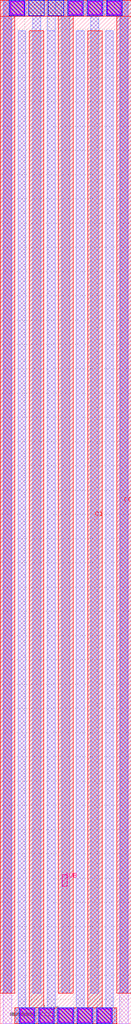
<source format=lef>
# Copyright 2020 The SkyWater PDK Authors
#
# Licensed under the Apache License, Version 2.0 (the "License");
# you may not use this file except in compliance with the License.
# You may obtain a copy of the License at
#
#     https://www.apache.org/licenses/LICENSE-2.0
#
# Unless required by applicable law or agreed to in writing, software
# distributed under the License is distributed on an "AS IS" BASIS,
# WITHOUT WARRANTIES OR CONDITIONS OF ANY KIND, either express or implied.
# See the License for the specific language governing permissions and
# limitations under the License.
#
# SPDX-License-Identifier: Apache-2.0

VERSION 5.7 ;
  NOWIREEXTENSIONATPIN ON ;
  DIVIDERCHAR "/" ;
  BUSBITCHARS "[]" ;
MACRO sky130_fd_pr__cap_vpp_02p7x21p1_m1m2m3m4_shieldl1_fingercap
  CLASS BLOCK ;
  FOREIGN sky130_fd_pr__cap_vpp_02p7x21p1_m1m2m3m4_shieldl1_fingercap ;
  ORIGIN  0.000000  0.000000 ;
  SIZE  2.700000 BY  21.10000 ;
  PIN C0
    PORT
      LAYER met4 ;
        RECT 0.000000  0.630000 0.300000 20.770000 ;
        RECT 0.000000 20.770000 2.700000 21.100000 ;
        RECT 1.200000  0.630000 1.500000 20.770000 ;
        RECT 2.400000  0.630000 2.700000 20.770000 ;
    END
  END C0
  PIN C1
    PORT
      LAYER met4 ;
        RECT 0.300000 0.000000 2.400000  0.330000 ;
        RECT 0.600000 0.330000 0.900000 20.470000 ;
        RECT 1.800000 0.330000 2.100000 20.470000 ;
    END
  END C1
  PIN SUB
    PORT
      LAYER pwell ;
        RECT 1.275000 2.830000 1.380000 3.075000 ;
    END
  END SUB
  OBS
    LAYER li1 ;
      RECT 0.065000 0.000000 0.235000 21.100000 ;
      RECT 2.465000 0.000000 2.635000 21.100000 ;
    LAYER met1 ;
      RECT 0.070000  0.630000 0.230000 20.770000 ;
      RECT 0.070000 20.770000 2.630000 21.100000 ;
      RECT 0.300000  0.000000 2.400000  0.330000 ;
      RECT 0.370000  0.330000 0.530000 20.470000 ;
      RECT 0.670000  0.630000 0.830000 20.770000 ;
      RECT 0.970000  0.330000 1.130000 20.470000 ;
      RECT 1.270000  0.630000 1.430000 20.770000 ;
      RECT 1.570000  0.330000 1.730000 20.470000 ;
      RECT 1.870000  0.630000 2.030000 20.770000 ;
      RECT 2.170000  0.330000 2.330000 20.470000 ;
      RECT 2.470000  0.630000 2.630000 20.770000 ;
    LAYER met2 ;
      RECT 0.070000  0.630000 0.230000 20.770000 ;
      RECT 0.070000 20.770000 0.830000 21.100000 ;
      RECT 0.300000  0.000000 2.400000  0.330000 ;
      RECT 0.370000  0.330000 0.530000 20.470000 ;
      RECT 0.670000  0.630000 0.830000 20.770000 ;
      RECT 0.970000  0.330000 1.130000 21.100000 ;
      RECT 1.270000  0.630000 1.430000 20.770000 ;
      RECT 1.270000 20.770000 2.630000 21.100000 ;
      RECT 1.570000  0.330000 1.730000 20.470000 ;
      RECT 1.870000  0.630000 2.030000 20.770000 ;
      RECT 2.170000  0.330000 2.330000 20.470000 ;
      RECT 2.470000  0.630000 2.630000 20.770000 ;
    LAYER met3 ;
      RECT 0.000000  0.630000 0.300000 20.770000 ;
      RECT 0.000000 20.770000 2.700000 21.100000 ;
      RECT 0.300000  0.000000 2.400000  0.330000 ;
      RECT 0.600000  0.330000 0.900000 20.470000 ;
      RECT 1.200000  0.630000 1.500000 20.770000 ;
      RECT 1.800000  0.330000 2.100000 20.470000 ;
      RECT 2.400000  0.630000 2.700000 20.770000 ;
    LAYER via ;
      RECT 0.220000 20.805000 0.480000 21.065000 ;
      RECT 0.420000  0.035000 0.680000  0.295000 ;
      RECT 0.820000  0.035000 1.080000  0.295000 ;
      RECT 1.220000  0.035000 1.480000  0.295000 ;
      RECT 1.420000 20.805000 1.680000 21.065000 ;
      RECT 1.620000  0.035000 1.880000  0.295000 ;
      RECT 1.820000 20.805000 2.080000 21.065000 ;
      RECT 2.020000  0.035000 2.280000  0.295000 ;
      RECT 2.220000 20.805000 2.480000 21.065000 ;
    LAYER via2 ;
      RECT 0.210000 20.795000 0.490000 21.075000 ;
      RECT 0.410000  0.025000 0.690000  0.305000 ;
      RECT 0.810000  0.025000 1.090000  0.305000 ;
      RECT 1.210000  0.025000 1.490000  0.305000 ;
      RECT 1.410000 20.795000 1.690000 21.075000 ;
      RECT 1.610000  0.025000 1.890000  0.305000 ;
      RECT 1.810000 20.795000 2.090000 21.075000 ;
      RECT 2.010000  0.025000 2.290000  0.305000 ;
      RECT 2.210000 20.795000 2.490000 21.075000 ;
    LAYER via3 ;
      RECT 0.190000 20.775000 0.510000 21.095000 ;
      RECT 0.390000  0.005000 0.710000  0.325000 ;
      RECT 0.590000 20.775000 0.910000 21.095000 ;
      RECT 0.790000  0.005000 1.110000  0.325000 ;
      RECT 0.990000 20.775000 1.310000 21.095000 ;
      RECT 1.190000  0.005000 1.510000  0.325000 ;
      RECT 1.390000 20.775000 1.710000 21.095000 ;
      RECT 1.590000  0.005000 1.910000  0.325000 ;
      RECT 1.790000 20.775000 2.110000 21.095000 ;
      RECT 1.990000  0.005000 2.310000  0.325000 ;
      RECT 2.190000 20.775000 2.510000 21.095000 ;
  END
END sky130_fd_pr__cap_vpp_02p7x21p1_m1m2m3m4_shieldl1_fingercap
END LIBRARY

</source>
